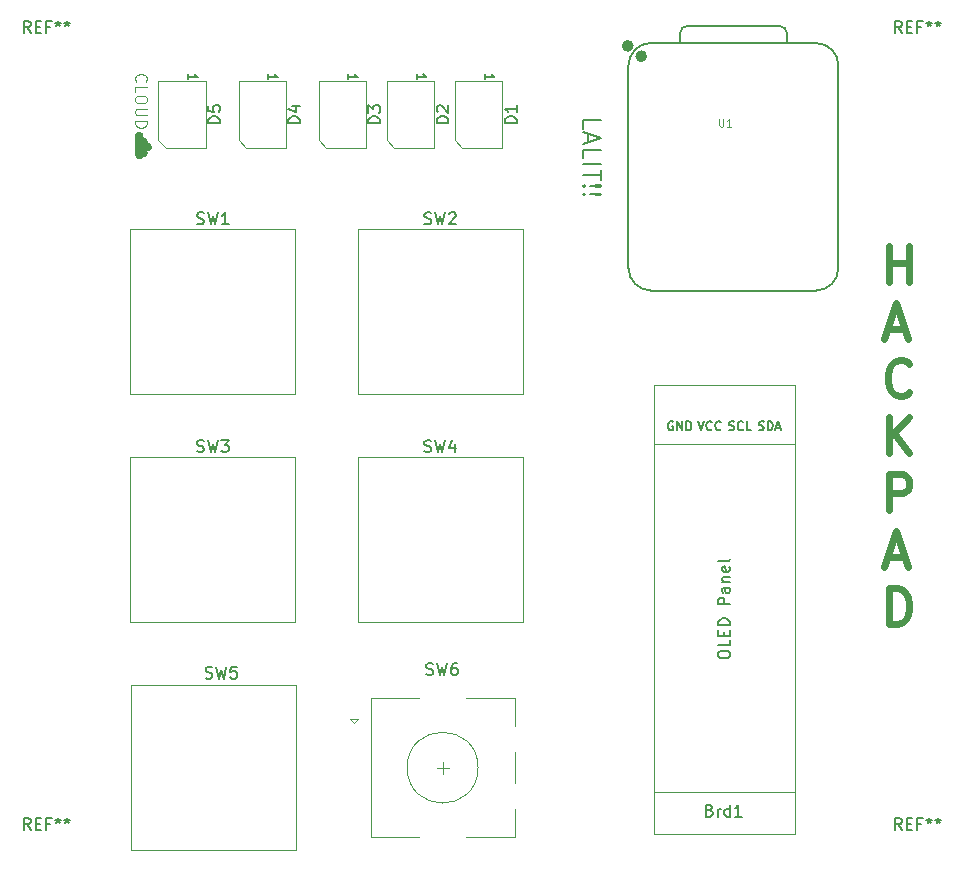
<source format=gbr>
%TF.GenerationSoftware,KiCad,Pcbnew,9.0.5*%
%TF.CreationDate,2025-12-10T21:52:02+05:30*%
%TF.ProjectId,macropad,6d616372-6f70-4616-942e-6b696361645f,rev?*%
%TF.SameCoordinates,Original*%
%TF.FileFunction,Legend,Top*%
%TF.FilePolarity,Positive*%
%FSLAX46Y46*%
G04 Gerber Fmt 4.6, Leading zero omitted, Abs format (unit mm)*
G04 Created by KiCad (PCBNEW 9.0.5) date 2025-12-10 21:52:02*
%MOMM*%
%LPD*%
G01*
G04 APERTURE LIST*
%ADD10C,0.125000*%
%ADD11C,0.600000*%
%ADD12C,0.187500*%
%ADD13C,0.150000*%
%ADD14C,0.101600*%
%ADD15C,0.120000*%
%ADD16C,0.000000*%
%ADD17C,0.040000*%
%ADD18C,0.127000*%
%ADD19C,0.100000*%
%ADD20C,0.504000*%
G04 APERTURE END LIST*
D10*
X191364119Y-56681759D02*
X191316500Y-56634140D01*
X191316500Y-56634140D02*
X191268880Y-56491283D01*
X191268880Y-56491283D02*
X191268880Y-56396045D01*
X191268880Y-56396045D02*
X191316500Y-56253188D01*
X191316500Y-56253188D02*
X191411738Y-56157950D01*
X191411738Y-56157950D02*
X191506976Y-56110331D01*
X191506976Y-56110331D02*
X191697452Y-56062712D01*
X191697452Y-56062712D02*
X191840309Y-56062712D01*
X191840309Y-56062712D02*
X192030785Y-56110331D01*
X192030785Y-56110331D02*
X192126023Y-56157950D01*
X192126023Y-56157950D02*
X192221261Y-56253188D01*
X192221261Y-56253188D02*
X192268880Y-56396045D01*
X192268880Y-56396045D02*
X192268880Y-56491283D01*
X192268880Y-56491283D02*
X192221261Y-56634140D01*
X192221261Y-56634140D02*
X192173642Y-56681759D01*
X191268880Y-57586521D02*
X191268880Y-57110331D01*
X191268880Y-57110331D02*
X192268880Y-57110331D01*
X192268880Y-58110331D02*
X192268880Y-58300807D01*
X192268880Y-58300807D02*
X192221261Y-58396045D01*
X192221261Y-58396045D02*
X192126023Y-58491283D01*
X192126023Y-58491283D02*
X191935547Y-58538902D01*
X191935547Y-58538902D02*
X191602214Y-58538902D01*
X191602214Y-58538902D02*
X191411738Y-58491283D01*
X191411738Y-58491283D02*
X191316500Y-58396045D01*
X191316500Y-58396045D02*
X191268880Y-58300807D01*
X191268880Y-58300807D02*
X191268880Y-58110331D01*
X191268880Y-58110331D02*
X191316500Y-58015093D01*
X191316500Y-58015093D02*
X191411738Y-57919855D01*
X191411738Y-57919855D02*
X191602214Y-57872236D01*
X191602214Y-57872236D02*
X191935547Y-57872236D01*
X191935547Y-57872236D02*
X192126023Y-57919855D01*
X192126023Y-57919855D02*
X192221261Y-58015093D01*
X192221261Y-58015093D02*
X192268880Y-58110331D01*
X192268880Y-58967474D02*
X191459357Y-58967474D01*
X191459357Y-58967474D02*
X191364119Y-59015093D01*
X191364119Y-59015093D02*
X191316500Y-59062712D01*
X191316500Y-59062712D02*
X191268880Y-59157950D01*
X191268880Y-59157950D02*
X191268880Y-59348426D01*
X191268880Y-59348426D02*
X191316500Y-59443664D01*
X191316500Y-59443664D02*
X191364119Y-59491283D01*
X191364119Y-59491283D02*
X191459357Y-59538902D01*
X191459357Y-59538902D02*
X192268880Y-59538902D01*
X191268880Y-60015093D02*
X192268880Y-60015093D01*
X192268880Y-60015093D02*
X192268880Y-60253188D01*
X192268880Y-60253188D02*
X192221261Y-60396045D01*
X192221261Y-60396045D02*
X192126023Y-60491283D01*
X192126023Y-60491283D02*
X192030785Y-60538902D01*
X192030785Y-60538902D02*
X191840309Y-60586521D01*
X191840309Y-60586521D02*
X191697452Y-60586521D01*
X191697452Y-60586521D02*
X191506976Y-60538902D01*
X191506976Y-60538902D02*
X191411738Y-60491283D01*
X191411738Y-60491283D02*
X191316500Y-60396045D01*
X191316500Y-60396045D02*
X191268880Y-60253188D01*
X191268880Y-60253188D02*
X191268880Y-60015093D01*
D11*
X255109021Y-73622665D02*
X255109021Y-70622665D01*
X255109021Y-72051236D02*
X256823307Y-72051236D01*
X256823307Y-73622665D02*
X256823307Y-70622665D01*
X254966164Y-77595354D02*
X256394736Y-77595354D01*
X254680450Y-78452497D02*
X255680450Y-75452497D01*
X255680450Y-75452497D02*
X256680450Y-78452497D01*
X256823307Y-82996614D02*
X256680450Y-83139472D01*
X256680450Y-83139472D02*
X256251878Y-83282329D01*
X256251878Y-83282329D02*
X255966164Y-83282329D01*
X255966164Y-83282329D02*
X255537593Y-83139472D01*
X255537593Y-83139472D02*
X255251878Y-82853757D01*
X255251878Y-82853757D02*
X255109021Y-82568043D01*
X255109021Y-82568043D02*
X254966164Y-81996614D01*
X254966164Y-81996614D02*
X254966164Y-81568043D01*
X254966164Y-81568043D02*
X255109021Y-80996614D01*
X255109021Y-80996614D02*
X255251878Y-80710900D01*
X255251878Y-80710900D02*
X255537593Y-80425186D01*
X255537593Y-80425186D02*
X255966164Y-80282329D01*
X255966164Y-80282329D02*
X256251878Y-80282329D01*
X256251878Y-80282329D02*
X256680450Y-80425186D01*
X256680450Y-80425186D02*
X256823307Y-80568043D01*
X255109021Y-88112161D02*
X255109021Y-85112161D01*
X256823307Y-88112161D02*
X255537593Y-86397875D01*
X256823307Y-85112161D02*
X255109021Y-86826446D01*
X255109021Y-92941993D02*
X255109021Y-89941993D01*
X255109021Y-89941993D02*
X256251878Y-89941993D01*
X256251878Y-89941993D02*
X256537593Y-90084850D01*
X256537593Y-90084850D02*
X256680450Y-90227707D01*
X256680450Y-90227707D02*
X256823307Y-90513421D01*
X256823307Y-90513421D02*
X256823307Y-90941993D01*
X256823307Y-90941993D02*
X256680450Y-91227707D01*
X256680450Y-91227707D02*
X256537593Y-91370564D01*
X256537593Y-91370564D02*
X256251878Y-91513421D01*
X256251878Y-91513421D02*
X255109021Y-91513421D01*
X254966164Y-96914682D02*
X256394736Y-96914682D01*
X254680450Y-97771825D02*
X255680450Y-94771825D01*
X255680450Y-94771825D02*
X256680450Y-97771825D01*
X255109021Y-102601657D02*
X255109021Y-99601657D01*
X255109021Y-99601657D02*
X255823307Y-99601657D01*
X255823307Y-99601657D02*
X256251878Y-99744514D01*
X256251878Y-99744514D02*
X256537593Y-100030228D01*
X256537593Y-100030228D02*
X256680450Y-100315942D01*
X256680450Y-100315942D02*
X256823307Y-100887371D01*
X256823307Y-100887371D02*
X256823307Y-101315942D01*
X256823307Y-101315942D02*
X256680450Y-101887371D01*
X256680450Y-101887371D02*
X256537593Y-102173085D01*
X256537593Y-102173085D02*
X256251878Y-102458800D01*
X256251878Y-102458800D02*
X255823307Y-102601657D01*
X255823307Y-102601657D02*
X255109021Y-102601657D01*
D12*
X229193321Y-60664783D02*
X229193321Y-59950497D01*
X229193321Y-59950497D02*
X230693321Y-59950497D01*
X229621892Y-61093355D02*
X229621892Y-61807641D01*
X229193321Y-60950498D02*
X230693321Y-61450498D01*
X230693321Y-61450498D02*
X229193321Y-61950498D01*
X229193321Y-63164783D02*
X229193321Y-62450497D01*
X229193321Y-62450497D02*
X230693321Y-62450497D01*
X229193321Y-63664783D02*
X230693321Y-63664783D01*
X230693321Y-64164784D02*
X230693321Y-65021927D01*
X229193321Y-64593355D02*
X230693321Y-64593355D01*
X229336178Y-65521926D02*
X229264750Y-65593355D01*
X229264750Y-65593355D02*
X229193321Y-65521926D01*
X229193321Y-65521926D02*
X229264750Y-65450498D01*
X229264750Y-65450498D02*
X229336178Y-65521926D01*
X229336178Y-65521926D02*
X229193321Y-65521926D01*
X229764750Y-65521926D02*
X230621892Y-65450498D01*
X230621892Y-65450498D02*
X230693321Y-65521926D01*
X230693321Y-65521926D02*
X230621892Y-65593355D01*
X230621892Y-65593355D02*
X229764750Y-65521926D01*
X229764750Y-65521926D02*
X230693321Y-65521926D01*
X229336178Y-66236212D02*
X229264750Y-66307641D01*
X229264750Y-66307641D02*
X229193321Y-66236212D01*
X229193321Y-66236212D02*
X229264750Y-66164784D01*
X229264750Y-66164784D02*
X229336178Y-66236212D01*
X229336178Y-66236212D02*
X229193321Y-66236212D01*
X229764750Y-66236212D02*
X230621892Y-66164784D01*
X230621892Y-66164784D02*
X230693321Y-66236212D01*
X230693321Y-66236212D02*
X230621892Y-66307641D01*
X230621892Y-66307641D02*
X229764750Y-66236212D01*
X229764750Y-66236212D02*
X230693321Y-66236212D01*
D13*
X197236667Y-107177200D02*
X197379524Y-107224819D01*
X197379524Y-107224819D02*
X197617619Y-107224819D01*
X197617619Y-107224819D02*
X197712857Y-107177200D01*
X197712857Y-107177200D02*
X197760476Y-107129580D01*
X197760476Y-107129580D02*
X197808095Y-107034342D01*
X197808095Y-107034342D02*
X197808095Y-106939104D01*
X197808095Y-106939104D02*
X197760476Y-106843866D01*
X197760476Y-106843866D02*
X197712857Y-106796247D01*
X197712857Y-106796247D02*
X197617619Y-106748628D01*
X197617619Y-106748628D02*
X197427143Y-106701009D01*
X197427143Y-106701009D02*
X197331905Y-106653390D01*
X197331905Y-106653390D02*
X197284286Y-106605771D01*
X197284286Y-106605771D02*
X197236667Y-106510533D01*
X197236667Y-106510533D02*
X197236667Y-106415295D01*
X197236667Y-106415295D02*
X197284286Y-106320057D01*
X197284286Y-106320057D02*
X197331905Y-106272438D01*
X197331905Y-106272438D02*
X197427143Y-106224819D01*
X197427143Y-106224819D02*
X197665238Y-106224819D01*
X197665238Y-106224819D02*
X197808095Y-106272438D01*
X198141429Y-106224819D02*
X198379524Y-107224819D01*
X198379524Y-107224819D02*
X198570000Y-106510533D01*
X198570000Y-106510533D02*
X198760476Y-107224819D01*
X198760476Y-107224819D02*
X198998572Y-106224819D01*
X199855714Y-106224819D02*
X199379524Y-106224819D01*
X199379524Y-106224819D02*
X199331905Y-106701009D01*
X199331905Y-106701009D02*
X199379524Y-106653390D01*
X199379524Y-106653390D02*
X199474762Y-106605771D01*
X199474762Y-106605771D02*
X199712857Y-106605771D01*
X199712857Y-106605771D02*
X199808095Y-106653390D01*
X199808095Y-106653390D02*
X199855714Y-106701009D01*
X199855714Y-106701009D02*
X199903333Y-106796247D01*
X199903333Y-106796247D02*
X199903333Y-107034342D01*
X199903333Y-107034342D02*
X199855714Y-107129580D01*
X199855714Y-107129580D02*
X199808095Y-107177200D01*
X199808095Y-107177200D02*
X199712857Y-107224819D01*
X199712857Y-107224819D02*
X199474762Y-107224819D01*
X199474762Y-107224819D02*
X199379524Y-107177200D01*
X199379524Y-107177200D02*
X199331905Y-107129580D01*
X212004819Y-60208094D02*
X211004819Y-60208094D01*
X211004819Y-60208094D02*
X211004819Y-59969999D01*
X211004819Y-59969999D02*
X211052438Y-59827142D01*
X211052438Y-59827142D02*
X211147676Y-59731904D01*
X211147676Y-59731904D02*
X211242914Y-59684285D01*
X211242914Y-59684285D02*
X211433390Y-59636666D01*
X211433390Y-59636666D02*
X211576247Y-59636666D01*
X211576247Y-59636666D02*
X211766723Y-59684285D01*
X211766723Y-59684285D02*
X211861961Y-59731904D01*
X211861961Y-59731904D02*
X211957200Y-59827142D01*
X211957200Y-59827142D02*
X212004819Y-59969999D01*
X212004819Y-59969999D02*
X212004819Y-60208094D01*
X211004819Y-59303332D02*
X211004819Y-58684285D01*
X211004819Y-58684285D02*
X211385771Y-59017618D01*
X211385771Y-59017618D02*
X211385771Y-58874761D01*
X211385771Y-58874761D02*
X211433390Y-58779523D01*
X211433390Y-58779523D02*
X211481009Y-58731904D01*
X211481009Y-58731904D02*
X211576247Y-58684285D01*
X211576247Y-58684285D02*
X211814342Y-58684285D01*
X211814342Y-58684285D02*
X211909580Y-58731904D01*
X211909580Y-58731904D02*
X211957200Y-58779523D01*
X211957200Y-58779523D02*
X212004819Y-58874761D01*
X212004819Y-58874761D02*
X212004819Y-59160475D01*
X212004819Y-59160475D02*
X211957200Y-59255713D01*
X211957200Y-59255713D02*
X211909580Y-59303332D01*
X209312704Y-56498571D02*
X209312704Y-56041428D01*
X209312704Y-56270000D02*
X210112704Y-56270000D01*
X210112704Y-56270000D02*
X209998419Y-56193809D01*
X209998419Y-56193809D02*
X209922228Y-56117619D01*
X209922228Y-56117619D02*
X209884133Y-56041428D01*
X205224819Y-60208094D02*
X204224819Y-60208094D01*
X204224819Y-60208094D02*
X204224819Y-59969999D01*
X204224819Y-59969999D02*
X204272438Y-59827142D01*
X204272438Y-59827142D02*
X204367676Y-59731904D01*
X204367676Y-59731904D02*
X204462914Y-59684285D01*
X204462914Y-59684285D02*
X204653390Y-59636666D01*
X204653390Y-59636666D02*
X204796247Y-59636666D01*
X204796247Y-59636666D02*
X204986723Y-59684285D01*
X204986723Y-59684285D02*
X205081961Y-59731904D01*
X205081961Y-59731904D02*
X205177200Y-59827142D01*
X205177200Y-59827142D02*
X205224819Y-59969999D01*
X205224819Y-59969999D02*
X205224819Y-60208094D01*
X204558152Y-58779523D02*
X205224819Y-58779523D01*
X204177200Y-59017618D02*
X204891485Y-59255713D01*
X204891485Y-59255713D02*
X204891485Y-58636666D01*
X202532704Y-56498571D02*
X202532704Y-56041428D01*
X202532704Y-56270000D02*
X203332704Y-56270000D01*
X203332704Y-56270000D02*
X203218419Y-56193809D01*
X203218419Y-56193809D02*
X203142228Y-56117619D01*
X203142228Y-56117619D02*
X203104133Y-56041428D01*
X215756667Y-68713200D02*
X215899524Y-68760819D01*
X215899524Y-68760819D02*
X216137619Y-68760819D01*
X216137619Y-68760819D02*
X216232857Y-68713200D01*
X216232857Y-68713200D02*
X216280476Y-68665580D01*
X216280476Y-68665580D02*
X216328095Y-68570342D01*
X216328095Y-68570342D02*
X216328095Y-68475104D01*
X216328095Y-68475104D02*
X216280476Y-68379866D01*
X216280476Y-68379866D02*
X216232857Y-68332247D01*
X216232857Y-68332247D02*
X216137619Y-68284628D01*
X216137619Y-68284628D02*
X215947143Y-68237009D01*
X215947143Y-68237009D02*
X215851905Y-68189390D01*
X215851905Y-68189390D02*
X215804286Y-68141771D01*
X215804286Y-68141771D02*
X215756667Y-68046533D01*
X215756667Y-68046533D02*
X215756667Y-67951295D01*
X215756667Y-67951295D02*
X215804286Y-67856057D01*
X215804286Y-67856057D02*
X215851905Y-67808438D01*
X215851905Y-67808438D02*
X215947143Y-67760819D01*
X215947143Y-67760819D02*
X216185238Y-67760819D01*
X216185238Y-67760819D02*
X216328095Y-67808438D01*
X216661429Y-67760819D02*
X216899524Y-68760819D01*
X216899524Y-68760819D02*
X217090000Y-68046533D01*
X217090000Y-68046533D02*
X217280476Y-68760819D01*
X217280476Y-68760819D02*
X217518572Y-67760819D01*
X217851905Y-67856057D02*
X217899524Y-67808438D01*
X217899524Y-67808438D02*
X217994762Y-67760819D01*
X217994762Y-67760819D02*
X218232857Y-67760819D01*
X218232857Y-67760819D02*
X218328095Y-67808438D01*
X218328095Y-67808438D02*
X218375714Y-67856057D01*
X218375714Y-67856057D02*
X218423333Y-67951295D01*
X218423333Y-67951295D02*
X218423333Y-68046533D01*
X218423333Y-68046533D02*
X218375714Y-68189390D01*
X218375714Y-68189390D02*
X217804286Y-68760819D01*
X217804286Y-68760819D02*
X218423333Y-68760819D01*
X215921667Y-106882200D02*
X216064524Y-106929819D01*
X216064524Y-106929819D02*
X216302619Y-106929819D01*
X216302619Y-106929819D02*
X216397857Y-106882200D01*
X216397857Y-106882200D02*
X216445476Y-106834580D01*
X216445476Y-106834580D02*
X216493095Y-106739342D01*
X216493095Y-106739342D02*
X216493095Y-106644104D01*
X216493095Y-106644104D02*
X216445476Y-106548866D01*
X216445476Y-106548866D02*
X216397857Y-106501247D01*
X216397857Y-106501247D02*
X216302619Y-106453628D01*
X216302619Y-106453628D02*
X216112143Y-106406009D01*
X216112143Y-106406009D02*
X216016905Y-106358390D01*
X216016905Y-106358390D02*
X215969286Y-106310771D01*
X215969286Y-106310771D02*
X215921667Y-106215533D01*
X215921667Y-106215533D02*
X215921667Y-106120295D01*
X215921667Y-106120295D02*
X215969286Y-106025057D01*
X215969286Y-106025057D02*
X216016905Y-105977438D01*
X216016905Y-105977438D02*
X216112143Y-105929819D01*
X216112143Y-105929819D02*
X216350238Y-105929819D01*
X216350238Y-105929819D02*
X216493095Y-105977438D01*
X216826429Y-105929819D02*
X217064524Y-106929819D01*
X217064524Y-106929819D02*
X217255000Y-106215533D01*
X217255000Y-106215533D02*
X217445476Y-106929819D01*
X217445476Y-106929819D02*
X217683572Y-105929819D01*
X218493095Y-105929819D02*
X218302619Y-105929819D01*
X218302619Y-105929819D02*
X218207381Y-105977438D01*
X218207381Y-105977438D02*
X218159762Y-106025057D01*
X218159762Y-106025057D02*
X218064524Y-106167914D01*
X218064524Y-106167914D02*
X218016905Y-106358390D01*
X218016905Y-106358390D02*
X218016905Y-106739342D01*
X218016905Y-106739342D02*
X218064524Y-106834580D01*
X218064524Y-106834580D02*
X218112143Y-106882200D01*
X218112143Y-106882200D02*
X218207381Y-106929819D01*
X218207381Y-106929819D02*
X218397857Y-106929819D01*
X218397857Y-106929819D02*
X218493095Y-106882200D01*
X218493095Y-106882200D02*
X218540714Y-106834580D01*
X218540714Y-106834580D02*
X218588333Y-106739342D01*
X218588333Y-106739342D02*
X218588333Y-106501247D01*
X218588333Y-106501247D02*
X218540714Y-106406009D01*
X218540714Y-106406009D02*
X218493095Y-106358390D01*
X218493095Y-106358390D02*
X218397857Y-106310771D01*
X218397857Y-106310771D02*
X218207381Y-106310771D01*
X218207381Y-106310771D02*
X218112143Y-106358390D01*
X218112143Y-106358390D02*
X218064524Y-106406009D01*
X218064524Y-106406009D02*
X218016905Y-106501247D01*
X196506667Y-88003200D02*
X196649524Y-88050819D01*
X196649524Y-88050819D02*
X196887619Y-88050819D01*
X196887619Y-88050819D02*
X196982857Y-88003200D01*
X196982857Y-88003200D02*
X197030476Y-87955580D01*
X197030476Y-87955580D02*
X197078095Y-87860342D01*
X197078095Y-87860342D02*
X197078095Y-87765104D01*
X197078095Y-87765104D02*
X197030476Y-87669866D01*
X197030476Y-87669866D02*
X196982857Y-87622247D01*
X196982857Y-87622247D02*
X196887619Y-87574628D01*
X196887619Y-87574628D02*
X196697143Y-87527009D01*
X196697143Y-87527009D02*
X196601905Y-87479390D01*
X196601905Y-87479390D02*
X196554286Y-87431771D01*
X196554286Y-87431771D02*
X196506667Y-87336533D01*
X196506667Y-87336533D02*
X196506667Y-87241295D01*
X196506667Y-87241295D02*
X196554286Y-87146057D01*
X196554286Y-87146057D02*
X196601905Y-87098438D01*
X196601905Y-87098438D02*
X196697143Y-87050819D01*
X196697143Y-87050819D02*
X196935238Y-87050819D01*
X196935238Y-87050819D02*
X197078095Y-87098438D01*
X197411429Y-87050819D02*
X197649524Y-88050819D01*
X197649524Y-88050819D02*
X197840000Y-87336533D01*
X197840000Y-87336533D02*
X198030476Y-88050819D01*
X198030476Y-88050819D02*
X198268572Y-87050819D01*
X198554286Y-87050819D02*
X199173333Y-87050819D01*
X199173333Y-87050819D02*
X198840000Y-87431771D01*
X198840000Y-87431771D02*
X198982857Y-87431771D01*
X198982857Y-87431771D02*
X199078095Y-87479390D01*
X199078095Y-87479390D02*
X199125714Y-87527009D01*
X199125714Y-87527009D02*
X199173333Y-87622247D01*
X199173333Y-87622247D02*
X199173333Y-87860342D01*
X199173333Y-87860342D02*
X199125714Y-87955580D01*
X199125714Y-87955580D02*
X199078095Y-88003200D01*
X199078095Y-88003200D02*
X198982857Y-88050819D01*
X198982857Y-88050819D02*
X198697143Y-88050819D01*
X198697143Y-88050819D02*
X198601905Y-88003200D01*
X198601905Y-88003200D02*
X198554286Y-87955580D01*
X215756667Y-88003200D02*
X215899524Y-88050819D01*
X215899524Y-88050819D02*
X216137619Y-88050819D01*
X216137619Y-88050819D02*
X216232857Y-88003200D01*
X216232857Y-88003200D02*
X216280476Y-87955580D01*
X216280476Y-87955580D02*
X216328095Y-87860342D01*
X216328095Y-87860342D02*
X216328095Y-87765104D01*
X216328095Y-87765104D02*
X216280476Y-87669866D01*
X216280476Y-87669866D02*
X216232857Y-87622247D01*
X216232857Y-87622247D02*
X216137619Y-87574628D01*
X216137619Y-87574628D02*
X215947143Y-87527009D01*
X215947143Y-87527009D02*
X215851905Y-87479390D01*
X215851905Y-87479390D02*
X215804286Y-87431771D01*
X215804286Y-87431771D02*
X215756667Y-87336533D01*
X215756667Y-87336533D02*
X215756667Y-87241295D01*
X215756667Y-87241295D02*
X215804286Y-87146057D01*
X215804286Y-87146057D02*
X215851905Y-87098438D01*
X215851905Y-87098438D02*
X215947143Y-87050819D01*
X215947143Y-87050819D02*
X216185238Y-87050819D01*
X216185238Y-87050819D02*
X216328095Y-87098438D01*
X216661429Y-87050819D02*
X216899524Y-88050819D01*
X216899524Y-88050819D02*
X217090000Y-87336533D01*
X217090000Y-87336533D02*
X217280476Y-88050819D01*
X217280476Y-88050819D02*
X217518572Y-87050819D01*
X218328095Y-87384152D02*
X218328095Y-88050819D01*
X218090000Y-87003200D02*
X217851905Y-87717485D01*
X217851905Y-87717485D02*
X218470952Y-87717485D01*
X182416666Y-52554819D02*
X182083333Y-52078628D01*
X181845238Y-52554819D02*
X181845238Y-51554819D01*
X181845238Y-51554819D02*
X182226190Y-51554819D01*
X182226190Y-51554819D02*
X182321428Y-51602438D01*
X182321428Y-51602438D02*
X182369047Y-51650057D01*
X182369047Y-51650057D02*
X182416666Y-51745295D01*
X182416666Y-51745295D02*
X182416666Y-51888152D01*
X182416666Y-51888152D02*
X182369047Y-51983390D01*
X182369047Y-51983390D02*
X182321428Y-52031009D01*
X182321428Y-52031009D02*
X182226190Y-52078628D01*
X182226190Y-52078628D02*
X181845238Y-52078628D01*
X182845238Y-52031009D02*
X183178571Y-52031009D01*
X183321428Y-52554819D02*
X182845238Y-52554819D01*
X182845238Y-52554819D02*
X182845238Y-51554819D01*
X182845238Y-51554819D02*
X183321428Y-51554819D01*
X184083333Y-52031009D02*
X183750000Y-52031009D01*
X183750000Y-52554819D02*
X183750000Y-51554819D01*
X183750000Y-51554819D02*
X184226190Y-51554819D01*
X184750000Y-51554819D02*
X184750000Y-51792914D01*
X184511905Y-51697676D02*
X184750000Y-51792914D01*
X184750000Y-51792914D02*
X184988095Y-51697676D01*
X184607143Y-51983390D02*
X184750000Y-51792914D01*
X184750000Y-51792914D02*
X184892857Y-51983390D01*
X185511905Y-51554819D02*
X185511905Y-51792914D01*
X185273810Y-51697676D02*
X185511905Y-51792914D01*
X185511905Y-51792914D02*
X185750000Y-51697676D01*
X185369048Y-51983390D02*
X185511905Y-51792914D01*
X185511905Y-51792914D02*
X185654762Y-51983390D01*
X256166666Y-120054819D02*
X255833333Y-119578628D01*
X255595238Y-120054819D02*
X255595238Y-119054819D01*
X255595238Y-119054819D02*
X255976190Y-119054819D01*
X255976190Y-119054819D02*
X256071428Y-119102438D01*
X256071428Y-119102438D02*
X256119047Y-119150057D01*
X256119047Y-119150057D02*
X256166666Y-119245295D01*
X256166666Y-119245295D02*
X256166666Y-119388152D01*
X256166666Y-119388152D02*
X256119047Y-119483390D01*
X256119047Y-119483390D02*
X256071428Y-119531009D01*
X256071428Y-119531009D02*
X255976190Y-119578628D01*
X255976190Y-119578628D02*
X255595238Y-119578628D01*
X256595238Y-119531009D02*
X256928571Y-119531009D01*
X257071428Y-120054819D02*
X256595238Y-120054819D01*
X256595238Y-120054819D02*
X256595238Y-119054819D01*
X256595238Y-119054819D02*
X257071428Y-119054819D01*
X257833333Y-119531009D02*
X257500000Y-119531009D01*
X257500000Y-120054819D02*
X257500000Y-119054819D01*
X257500000Y-119054819D02*
X257976190Y-119054819D01*
X258500000Y-119054819D02*
X258500000Y-119292914D01*
X258261905Y-119197676D02*
X258500000Y-119292914D01*
X258500000Y-119292914D02*
X258738095Y-119197676D01*
X258357143Y-119483390D02*
X258500000Y-119292914D01*
X258500000Y-119292914D02*
X258642857Y-119483390D01*
X259261905Y-119054819D02*
X259261905Y-119292914D01*
X259023810Y-119197676D02*
X259261905Y-119292914D01*
X259261905Y-119292914D02*
X259500000Y-119197676D01*
X259119048Y-119483390D02*
X259261905Y-119292914D01*
X259261905Y-119292914D02*
X259404762Y-119483390D01*
X256166666Y-52554819D02*
X255833333Y-52078628D01*
X255595238Y-52554819D02*
X255595238Y-51554819D01*
X255595238Y-51554819D02*
X255976190Y-51554819D01*
X255976190Y-51554819D02*
X256071428Y-51602438D01*
X256071428Y-51602438D02*
X256119047Y-51650057D01*
X256119047Y-51650057D02*
X256166666Y-51745295D01*
X256166666Y-51745295D02*
X256166666Y-51888152D01*
X256166666Y-51888152D02*
X256119047Y-51983390D01*
X256119047Y-51983390D02*
X256071428Y-52031009D01*
X256071428Y-52031009D02*
X255976190Y-52078628D01*
X255976190Y-52078628D02*
X255595238Y-52078628D01*
X256595238Y-52031009D02*
X256928571Y-52031009D01*
X257071428Y-52554819D02*
X256595238Y-52554819D01*
X256595238Y-52554819D02*
X256595238Y-51554819D01*
X256595238Y-51554819D02*
X257071428Y-51554819D01*
X257833333Y-52031009D02*
X257500000Y-52031009D01*
X257500000Y-52554819D02*
X257500000Y-51554819D01*
X257500000Y-51554819D02*
X257976190Y-51554819D01*
X258500000Y-51554819D02*
X258500000Y-51792914D01*
X258261905Y-51697676D02*
X258500000Y-51792914D01*
X258500000Y-51792914D02*
X258738095Y-51697676D01*
X258357143Y-51983390D02*
X258500000Y-51792914D01*
X258500000Y-51792914D02*
X258642857Y-51983390D01*
X259261905Y-51554819D02*
X259261905Y-51792914D01*
X259023810Y-51697676D02*
X259261905Y-51792914D01*
X259261905Y-51792914D02*
X259500000Y-51697676D01*
X259119048Y-51983390D02*
X259261905Y-51792914D01*
X259261905Y-51792914D02*
X259404762Y-51983390D01*
X239918333Y-118386009D02*
X240061190Y-118433628D01*
X240061190Y-118433628D02*
X240108809Y-118481247D01*
X240108809Y-118481247D02*
X240156428Y-118576485D01*
X240156428Y-118576485D02*
X240156428Y-118719342D01*
X240156428Y-118719342D02*
X240108809Y-118814580D01*
X240108809Y-118814580D02*
X240061190Y-118862200D01*
X240061190Y-118862200D02*
X239965952Y-118909819D01*
X239965952Y-118909819D02*
X239585000Y-118909819D01*
X239585000Y-118909819D02*
X239585000Y-117909819D01*
X239585000Y-117909819D02*
X239918333Y-117909819D01*
X239918333Y-117909819D02*
X240013571Y-117957438D01*
X240013571Y-117957438D02*
X240061190Y-118005057D01*
X240061190Y-118005057D02*
X240108809Y-118100295D01*
X240108809Y-118100295D02*
X240108809Y-118195533D01*
X240108809Y-118195533D02*
X240061190Y-118290771D01*
X240061190Y-118290771D02*
X240013571Y-118338390D01*
X240013571Y-118338390D02*
X239918333Y-118386009D01*
X239918333Y-118386009D02*
X239585000Y-118386009D01*
X240585000Y-118909819D02*
X240585000Y-118243152D01*
X240585000Y-118433628D02*
X240632619Y-118338390D01*
X240632619Y-118338390D02*
X240680238Y-118290771D01*
X240680238Y-118290771D02*
X240775476Y-118243152D01*
X240775476Y-118243152D02*
X240870714Y-118243152D01*
X241632619Y-118909819D02*
X241632619Y-117909819D01*
X241632619Y-118862200D02*
X241537381Y-118909819D01*
X241537381Y-118909819D02*
X241346905Y-118909819D01*
X241346905Y-118909819D02*
X241251667Y-118862200D01*
X241251667Y-118862200D02*
X241204048Y-118814580D01*
X241204048Y-118814580D02*
X241156429Y-118719342D01*
X241156429Y-118719342D02*
X241156429Y-118433628D01*
X241156429Y-118433628D02*
X241204048Y-118338390D01*
X241204048Y-118338390D02*
X241251667Y-118290771D01*
X241251667Y-118290771D02*
X241346905Y-118243152D01*
X241346905Y-118243152D02*
X241537381Y-118243152D01*
X241537381Y-118243152D02*
X241632619Y-118290771D01*
X242632619Y-118909819D02*
X242061191Y-118909819D01*
X242346905Y-118909819D02*
X242346905Y-117909819D01*
X242346905Y-117909819D02*
X242251667Y-118052676D01*
X242251667Y-118052676D02*
X242156429Y-118147914D01*
X242156429Y-118147914D02*
X242061191Y-118195533D01*
X244074286Y-86158450D02*
X244181429Y-86194164D01*
X244181429Y-86194164D02*
X244360000Y-86194164D01*
X244360000Y-86194164D02*
X244431429Y-86158450D01*
X244431429Y-86158450D02*
X244467143Y-86122735D01*
X244467143Y-86122735D02*
X244502857Y-86051307D01*
X244502857Y-86051307D02*
X244502857Y-85979878D01*
X244502857Y-85979878D02*
X244467143Y-85908450D01*
X244467143Y-85908450D02*
X244431429Y-85872735D01*
X244431429Y-85872735D02*
X244360000Y-85837021D01*
X244360000Y-85837021D02*
X244217143Y-85801307D01*
X244217143Y-85801307D02*
X244145714Y-85765592D01*
X244145714Y-85765592D02*
X244110000Y-85729878D01*
X244110000Y-85729878D02*
X244074286Y-85658450D01*
X244074286Y-85658450D02*
X244074286Y-85587021D01*
X244074286Y-85587021D02*
X244110000Y-85515592D01*
X244110000Y-85515592D02*
X244145714Y-85479878D01*
X244145714Y-85479878D02*
X244217143Y-85444164D01*
X244217143Y-85444164D02*
X244395714Y-85444164D01*
X244395714Y-85444164D02*
X244502857Y-85479878D01*
X244824286Y-86194164D02*
X244824286Y-85444164D01*
X244824286Y-85444164D02*
X245002857Y-85444164D01*
X245002857Y-85444164D02*
X245110000Y-85479878D01*
X245110000Y-85479878D02*
X245181429Y-85551307D01*
X245181429Y-85551307D02*
X245217143Y-85622735D01*
X245217143Y-85622735D02*
X245252857Y-85765592D01*
X245252857Y-85765592D02*
X245252857Y-85872735D01*
X245252857Y-85872735D02*
X245217143Y-86015592D01*
X245217143Y-86015592D02*
X245181429Y-86087021D01*
X245181429Y-86087021D02*
X245110000Y-86158450D01*
X245110000Y-86158450D02*
X245002857Y-86194164D01*
X245002857Y-86194164D02*
X244824286Y-86194164D01*
X245538572Y-85979878D02*
X245895715Y-85979878D01*
X245467143Y-86194164D02*
X245717143Y-85444164D01*
X245717143Y-85444164D02*
X245967143Y-86194164D01*
X238905000Y-85444164D02*
X239155000Y-86194164D01*
X239155000Y-86194164D02*
X239405000Y-85444164D01*
X240083571Y-86122735D02*
X240047857Y-86158450D01*
X240047857Y-86158450D02*
X239940714Y-86194164D01*
X239940714Y-86194164D02*
X239869286Y-86194164D01*
X239869286Y-86194164D02*
X239762143Y-86158450D01*
X239762143Y-86158450D02*
X239690714Y-86087021D01*
X239690714Y-86087021D02*
X239655000Y-86015592D01*
X239655000Y-86015592D02*
X239619286Y-85872735D01*
X239619286Y-85872735D02*
X239619286Y-85765592D01*
X239619286Y-85765592D02*
X239655000Y-85622735D01*
X239655000Y-85622735D02*
X239690714Y-85551307D01*
X239690714Y-85551307D02*
X239762143Y-85479878D01*
X239762143Y-85479878D02*
X239869286Y-85444164D01*
X239869286Y-85444164D02*
X239940714Y-85444164D01*
X239940714Y-85444164D02*
X240047857Y-85479878D01*
X240047857Y-85479878D02*
X240083571Y-85515592D01*
X240833571Y-86122735D02*
X240797857Y-86158450D01*
X240797857Y-86158450D02*
X240690714Y-86194164D01*
X240690714Y-86194164D02*
X240619286Y-86194164D01*
X240619286Y-86194164D02*
X240512143Y-86158450D01*
X240512143Y-86158450D02*
X240440714Y-86087021D01*
X240440714Y-86087021D02*
X240405000Y-86015592D01*
X240405000Y-86015592D02*
X240369286Y-85872735D01*
X240369286Y-85872735D02*
X240369286Y-85765592D01*
X240369286Y-85765592D02*
X240405000Y-85622735D01*
X240405000Y-85622735D02*
X240440714Y-85551307D01*
X240440714Y-85551307D02*
X240512143Y-85479878D01*
X240512143Y-85479878D02*
X240619286Y-85444164D01*
X240619286Y-85444164D02*
X240690714Y-85444164D01*
X240690714Y-85444164D02*
X240797857Y-85479878D01*
X240797857Y-85479878D02*
X240833571Y-85515592D01*
X241552143Y-86158450D02*
X241659286Y-86194164D01*
X241659286Y-86194164D02*
X241837857Y-86194164D01*
X241837857Y-86194164D02*
X241909286Y-86158450D01*
X241909286Y-86158450D02*
X241945000Y-86122735D01*
X241945000Y-86122735D02*
X241980714Y-86051307D01*
X241980714Y-86051307D02*
X241980714Y-85979878D01*
X241980714Y-85979878D02*
X241945000Y-85908450D01*
X241945000Y-85908450D02*
X241909286Y-85872735D01*
X241909286Y-85872735D02*
X241837857Y-85837021D01*
X241837857Y-85837021D02*
X241695000Y-85801307D01*
X241695000Y-85801307D02*
X241623571Y-85765592D01*
X241623571Y-85765592D02*
X241587857Y-85729878D01*
X241587857Y-85729878D02*
X241552143Y-85658450D01*
X241552143Y-85658450D02*
X241552143Y-85587021D01*
X241552143Y-85587021D02*
X241587857Y-85515592D01*
X241587857Y-85515592D02*
X241623571Y-85479878D01*
X241623571Y-85479878D02*
X241695000Y-85444164D01*
X241695000Y-85444164D02*
X241873571Y-85444164D01*
X241873571Y-85444164D02*
X241980714Y-85479878D01*
X242730714Y-86122735D02*
X242695000Y-86158450D01*
X242695000Y-86158450D02*
X242587857Y-86194164D01*
X242587857Y-86194164D02*
X242516429Y-86194164D01*
X242516429Y-86194164D02*
X242409286Y-86158450D01*
X242409286Y-86158450D02*
X242337857Y-86087021D01*
X242337857Y-86087021D02*
X242302143Y-86015592D01*
X242302143Y-86015592D02*
X242266429Y-85872735D01*
X242266429Y-85872735D02*
X242266429Y-85765592D01*
X242266429Y-85765592D02*
X242302143Y-85622735D01*
X242302143Y-85622735D02*
X242337857Y-85551307D01*
X242337857Y-85551307D02*
X242409286Y-85479878D01*
X242409286Y-85479878D02*
X242516429Y-85444164D01*
X242516429Y-85444164D02*
X242587857Y-85444164D01*
X242587857Y-85444164D02*
X242695000Y-85479878D01*
X242695000Y-85479878D02*
X242730714Y-85515592D01*
X243409286Y-86194164D02*
X243052143Y-86194164D01*
X243052143Y-86194164D02*
X243052143Y-85444164D01*
X240629819Y-105283571D02*
X240629819Y-105093095D01*
X240629819Y-105093095D02*
X240677438Y-104997857D01*
X240677438Y-104997857D02*
X240772676Y-104902619D01*
X240772676Y-104902619D02*
X240963152Y-104855000D01*
X240963152Y-104855000D02*
X241296485Y-104855000D01*
X241296485Y-104855000D02*
X241486961Y-104902619D01*
X241486961Y-104902619D02*
X241582200Y-104997857D01*
X241582200Y-104997857D02*
X241629819Y-105093095D01*
X241629819Y-105093095D02*
X241629819Y-105283571D01*
X241629819Y-105283571D02*
X241582200Y-105378809D01*
X241582200Y-105378809D02*
X241486961Y-105474047D01*
X241486961Y-105474047D02*
X241296485Y-105521666D01*
X241296485Y-105521666D02*
X240963152Y-105521666D01*
X240963152Y-105521666D02*
X240772676Y-105474047D01*
X240772676Y-105474047D02*
X240677438Y-105378809D01*
X240677438Y-105378809D02*
X240629819Y-105283571D01*
X241629819Y-103950238D02*
X241629819Y-104426428D01*
X241629819Y-104426428D02*
X240629819Y-104426428D01*
X241106009Y-103616904D02*
X241106009Y-103283571D01*
X241629819Y-103140714D02*
X241629819Y-103616904D01*
X241629819Y-103616904D02*
X240629819Y-103616904D01*
X240629819Y-103616904D02*
X240629819Y-103140714D01*
X241629819Y-102712142D02*
X240629819Y-102712142D01*
X240629819Y-102712142D02*
X240629819Y-102474047D01*
X240629819Y-102474047D02*
X240677438Y-102331190D01*
X240677438Y-102331190D02*
X240772676Y-102235952D01*
X240772676Y-102235952D02*
X240867914Y-102188333D01*
X240867914Y-102188333D02*
X241058390Y-102140714D01*
X241058390Y-102140714D02*
X241201247Y-102140714D01*
X241201247Y-102140714D02*
X241391723Y-102188333D01*
X241391723Y-102188333D02*
X241486961Y-102235952D01*
X241486961Y-102235952D02*
X241582200Y-102331190D01*
X241582200Y-102331190D02*
X241629819Y-102474047D01*
X241629819Y-102474047D02*
X241629819Y-102712142D01*
X241629819Y-100950237D02*
X240629819Y-100950237D01*
X240629819Y-100950237D02*
X240629819Y-100569285D01*
X240629819Y-100569285D02*
X240677438Y-100474047D01*
X240677438Y-100474047D02*
X240725057Y-100426428D01*
X240725057Y-100426428D02*
X240820295Y-100378809D01*
X240820295Y-100378809D02*
X240963152Y-100378809D01*
X240963152Y-100378809D02*
X241058390Y-100426428D01*
X241058390Y-100426428D02*
X241106009Y-100474047D01*
X241106009Y-100474047D02*
X241153628Y-100569285D01*
X241153628Y-100569285D02*
X241153628Y-100950237D01*
X241629819Y-99521666D02*
X241106009Y-99521666D01*
X241106009Y-99521666D02*
X241010771Y-99569285D01*
X241010771Y-99569285D02*
X240963152Y-99664523D01*
X240963152Y-99664523D02*
X240963152Y-99854999D01*
X240963152Y-99854999D02*
X241010771Y-99950237D01*
X241582200Y-99521666D02*
X241629819Y-99616904D01*
X241629819Y-99616904D02*
X241629819Y-99854999D01*
X241629819Y-99854999D02*
X241582200Y-99950237D01*
X241582200Y-99950237D02*
X241486961Y-99997856D01*
X241486961Y-99997856D02*
X241391723Y-99997856D01*
X241391723Y-99997856D02*
X241296485Y-99950237D01*
X241296485Y-99950237D02*
X241248866Y-99854999D01*
X241248866Y-99854999D02*
X241248866Y-99616904D01*
X241248866Y-99616904D02*
X241201247Y-99521666D01*
X240963152Y-99045475D02*
X241629819Y-99045475D01*
X241058390Y-99045475D02*
X241010771Y-98997856D01*
X241010771Y-98997856D02*
X240963152Y-98902618D01*
X240963152Y-98902618D02*
X240963152Y-98759761D01*
X240963152Y-98759761D02*
X241010771Y-98664523D01*
X241010771Y-98664523D02*
X241106009Y-98616904D01*
X241106009Y-98616904D02*
X241629819Y-98616904D01*
X241582200Y-97759761D02*
X241629819Y-97854999D01*
X241629819Y-97854999D02*
X241629819Y-98045475D01*
X241629819Y-98045475D02*
X241582200Y-98140713D01*
X241582200Y-98140713D02*
X241486961Y-98188332D01*
X241486961Y-98188332D02*
X241106009Y-98188332D01*
X241106009Y-98188332D02*
X241010771Y-98140713D01*
X241010771Y-98140713D02*
X240963152Y-98045475D01*
X240963152Y-98045475D02*
X240963152Y-97854999D01*
X240963152Y-97854999D02*
X241010771Y-97759761D01*
X241010771Y-97759761D02*
X241106009Y-97712142D01*
X241106009Y-97712142D02*
X241201247Y-97712142D01*
X241201247Y-97712142D02*
X241296485Y-98188332D01*
X241629819Y-97140713D02*
X241582200Y-97235951D01*
X241582200Y-97235951D02*
X241486961Y-97283570D01*
X241486961Y-97283570D02*
X240629819Y-97283570D01*
X236793571Y-85479878D02*
X236722143Y-85444164D01*
X236722143Y-85444164D02*
X236615000Y-85444164D01*
X236615000Y-85444164D02*
X236507857Y-85479878D01*
X236507857Y-85479878D02*
X236436428Y-85551307D01*
X236436428Y-85551307D02*
X236400714Y-85622735D01*
X236400714Y-85622735D02*
X236365000Y-85765592D01*
X236365000Y-85765592D02*
X236365000Y-85872735D01*
X236365000Y-85872735D02*
X236400714Y-86015592D01*
X236400714Y-86015592D02*
X236436428Y-86087021D01*
X236436428Y-86087021D02*
X236507857Y-86158450D01*
X236507857Y-86158450D02*
X236615000Y-86194164D01*
X236615000Y-86194164D02*
X236686428Y-86194164D01*
X236686428Y-86194164D02*
X236793571Y-86158450D01*
X236793571Y-86158450D02*
X236829285Y-86122735D01*
X236829285Y-86122735D02*
X236829285Y-85872735D01*
X236829285Y-85872735D02*
X236686428Y-85872735D01*
X237150714Y-86194164D02*
X237150714Y-85444164D01*
X237150714Y-85444164D02*
X237579285Y-86194164D01*
X237579285Y-86194164D02*
X237579285Y-85444164D01*
X237936428Y-86194164D02*
X237936428Y-85444164D01*
X237936428Y-85444164D02*
X238114999Y-85444164D01*
X238114999Y-85444164D02*
X238222142Y-85479878D01*
X238222142Y-85479878D02*
X238293571Y-85551307D01*
X238293571Y-85551307D02*
X238329285Y-85622735D01*
X238329285Y-85622735D02*
X238364999Y-85765592D01*
X238364999Y-85765592D02*
X238364999Y-85872735D01*
X238364999Y-85872735D02*
X238329285Y-86015592D01*
X238329285Y-86015592D02*
X238293571Y-86087021D01*
X238293571Y-86087021D02*
X238222142Y-86158450D01*
X238222142Y-86158450D02*
X238114999Y-86194164D01*
X238114999Y-86194164D02*
X237936428Y-86194164D01*
X198444819Y-60208094D02*
X197444819Y-60208094D01*
X197444819Y-60208094D02*
X197444819Y-59969999D01*
X197444819Y-59969999D02*
X197492438Y-59827142D01*
X197492438Y-59827142D02*
X197587676Y-59731904D01*
X197587676Y-59731904D02*
X197682914Y-59684285D01*
X197682914Y-59684285D02*
X197873390Y-59636666D01*
X197873390Y-59636666D02*
X198016247Y-59636666D01*
X198016247Y-59636666D02*
X198206723Y-59684285D01*
X198206723Y-59684285D02*
X198301961Y-59731904D01*
X198301961Y-59731904D02*
X198397200Y-59827142D01*
X198397200Y-59827142D02*
X198444819Y-59969999D01*
X198444819Y-59969999D02*
X198444819Y-60208094D01*
X197444819Y-58731904D02*
X197444819Y-59208094D01*
X197444819Y-59208094D02*
X197921009Y-59255713D01*
X197921009Y-59255713D02*
X197873390Y-59208094D01*
X197873390Y-59208094D02*
X197825771Y-59112856D01*
X197825771Y-59112856D02*
X197825771Y-58874761D01*
X197825771Y-58874761D02*
X197873390Y-58779523D01*
X197873390Y-58779523D02*
X197921009Y-58731904D01*
X197921009Y-58731904D02*
X198016247Y-58684285D01*
X198016247Y-58684285D02*
X198254342Y-58684285D01*
X198254342Y-58684285D02*
X198349580Y-58731904D01*
X198349580Y-58731904D02*
X198397200Y-58779523D01*
X198397200Y-58779523D02*
X198444819Y-58874761D01*
X198444819Y-58874761D02*
X198444819Y-59112856D01*
X198444819Y-59112856D02*
X198397200Y-59208094D01*
X198397200Y-59208094D02*
X198349580Y-59255713D01*
X195752704Y-56498571D02*
X195752704Y-56041428D01*
X195752704Y-56270000D02*
X196552704Y-56270000D01*
X196552704Y-56270000D02*
X196438419Y-56193809D01*
X196438419Y-56193809D02*
X196362228Y-56117619D01*
X196362228Y-56117619D02*
X196324133Y-56041428D01*
X182416666Y-120054819D02*
X182083333Y-119578628D01*
X181845238Y-120054819D02*
X181845238Y-119054819D01*
X181845238Y-119054819D02*
X182226190Y-119054819D01*
X182226190Y-119054819D02*
X182321428Y-119102438D01*
X182321428Y-119102438D02*
X182369047Y-119150057D01*
X182369047Y-119150057D02*
X182416666Y-119245295D01*
X182416666Y-119245295D02*
X182416666Y-119388152D01*
X182416666Y-119388152D02*
X182369047Y-119483390D01*
X182369047Y-119483390D02*
X182321428Y-119531009D01*
X182321428Y-119531009D02*
X182226190Y-119578628D01*
X182226190Y-119578628D02*
X181845238Y-119578628D01*
X182845238Y-119531009D02*
X183178571Y-119531009D01*
X183321428Y-120054819D02*
X182845238Y-120054819D01*
X182845238Y-120054819D02*
X182845238Y-119054819D01*
X182845238Y-119054819D02*
X183321428Y-119054819D01*
X184083333Y-119531009D02*
X183750000Y-119531009D01*
X183750000Y-120054819D02*
X183750000Y-119054819D01*
X183750000Y-119054819D02*
X184226190Y-119054819D01*
X184750000Y-119054819D02*
X184750000Y-119292914D01*
X184511905Y-119197676D02*
X184750000Y-119292914D01*
X184750000Y-119292914D02*
X184988095Y-119197676D01*
X184607143Y-119483390D02*
X184750000Y-119292914D01*
X184750000Y-119292914D02*
X184892857Y-119483390D01*
X185511905Y-119054819D02*
X185511905Y-119292914D01*
X185273810Y-119197676D02*
X185511905Y-119292914D01*
X185511905Y-119292914D02*
X185750000Y-119197676D01*
X185369048Y-119483390D02*
X185511905Y-119292914D01*
X185511905Y-119292914D02*
X185654762Y-119483390D01*
X217784819Y-60208094D02*
X216784819Y-60208094D01*
X216784819Y-60208094D02*
X216784819Y-59969999D01*
X216784819Y-59969999D02*
X216832438Y-59827142D01*
X216832438Y-59827142D02*
X216927676Y-59731904D01*
X216927676Y-59731904D02*
X217022914Y-59684285D01*
X217022914Y-59684285D02*
X217213390Y-59636666D01*
X217213390Y-59636666D02*
X217356247Y-59636666D01*
X217356247Y-59636666D02*
X217546723Y-59684285D01*
X217546723Y-59684285D02*
X217641961Y-59731904D01*
X217641961Y-59731904D02*
X217737200Y-59827142D01*
X217737200Y-59827142D02*
X217784819Y-59969999D01*
X217784819Y-59969999D02*
X217784819Y-60208094D01*
X216880057Y-59255713D02*
X216832438Y-59208094D01*
X216832438Y-59208094D02*
X216784819Y-59112856D01*
X216784819Y-59112856D02*
X216784819Y-58874761D01*
X216784819Y-58874761D02*
X216832438Y-58779523D01*
X216832438Y-58779523D02*
X216880057Y-58731904D01*
X216880057Y-58731904D02*
X216975295Y-58684285D01*
X216975295Y-58684285D02*
X217070533Y-58684285D01*
X217070533Y-58684285D02*
X217213390Y-58731904D01*
X217213390Y-58731904D02*
X217784819Y-59303332D01*
X217784819Y-59303332D02*
X217784819Y-58684285D01*
X215092704Y-56498571D02*
X215092704Y-56041428D01*
X215092704Y-56270000D02*
X215892704Y-56270000D01*
X215892704Y-56270000D02*
X215778419Y-56193809D01*
X215778419Y-56193809D02*
X215702228Y-56117619D01*
X215702228Y-56117619D02*
X215664133Y-56041428D01*
D14*
X240716190Y-59883479D02*
X240716190Y-60397526D01*
X240716190Y-60397526D02*
X240746428Y-60458002D01*
X240746428Y-60458002D02*
X240776666Y-60488241D01*
X240776666Y-60488241D02*
X240837142Y-60518479D01*
X240837142Y-60518479D02*
X240958095Y-60518479D01*
X240958095Y-60518479D02*
X241018571Y-60488241D01*
X241018571Y-60488241D02*
X241048809Y-60458002D01*
X241048809Y-60458002D02*
X241079047Y-60397526D01*
X241079047Y-60397526D02*
X241079047Y-59883479D01*
X241714047Y-60518479D02*
X241351190Y-60518479D01*
X241532618Y-60518479D02*
X241532618Y-59883479D01*
X241532618Y-59883479D02*
X241472142Y-59974193D01*
X241472142Y-59974193D02*
X241411666Y-60034669D01*
X241411666Y-60034669D02*
X241351190Y-60064907D01*
D13*
X196506667Y-68713200D02*
X196649524Y-68760819D01*
X196649524Y-68760819D02*
X196887619Y-68760819D01*
X196887619Y-68760819D02*
X196982857Y-68713200D01*
X196982857Y-68713200D02*
X197030476Y-68665580D01*
X197030476Y-68665580D02*
X197078095Y-68570342D01*
X197078095Y-68570342D02*
X197078095Y-68475104D01*
X197078095Y-68475104D02*
X197030476Y-68379866D01*
X197030476Y-68379866D02*
X196982857Y-68332247D01*
X196982857Y-68332247D02*
X196887619Y-68284628D01*
X196887619Y-68284628D02*
X196697143Y-68237009D01*
X196697143Y-68237009D02*
X196601905Y-68189390D01*
X196601905Y-68189390D02*
X196554286Y-68141771D01*
X196554286Y-68141771D02*
X196506667Y-68046533D01*
X196506667Y-68046533D02*
X196506667Y-67951295D01*
X196506667Y-67951295D02*
X196554286Y-67856057D01*
X196554286Y-67856057D02*
X196601905Y-67808438D01*
X196601905Y-67808438D02*
X196697143Y-67760819D01*
X196697143Y-67760819D02*
X196935238Y-67760819D01*
X196935238Y-67760819D02*
X197078095Y-67808438D01*
X197411429Y-67760819D02*
X197649524Y-68760819D01*
X197649524Y-68760819D02*
X197840000Y-68046533D01*
X197840000Y-68046533D02*
X198030476Y-68760819D01*
X198030476Y-68760819D02*
X198268572Y-67760819D01*
X199173333Y-68760819D02*
X198601905Y-68760819D01*
X198887619Y-68760819D02*
X198887619Y-67760819D01*
X198887619Y-67760819D02*
X198792381Y-67903676D01*
X198792381Y-67903676D02*
X198697143Y-67998914D01*
X198697143Y-67998914D02*
X198601905Y-68046533D01*
X223564819Y-60208094D02*
X222564819Y-60208094D01*
X222564819Y-60208094D02*
X222564819Y-59969999D01*
X222564819Y-59969999D02*
X222612438Y-59827142D01*
X222612438Y-59827142D02*
X222707676Y-59731904D01*
X222707676Y-59731904D02*
X222802914Y-59684285D01*
X222802914Y-59684285D02*
X222993390Y-59636666D01*
X222993390Y-59636666D02*
X223136247Y-59636666D01*
X223136247Y-59636666D02*
X223326723Y-59684285D01*
X223326723Y-59684285D02*
X223421961Y-59731904D01*
X223421961Y-59731904D02*
X223517200Y-59827142D01*
X223517200Y-59827142D02*
X223564819Y-59969999D01*
X223564819Y-59969999D02*
X223564819Y-60208094D01*
X223564819Y-58684285D02*
X223564819Y-59255713D01*
X223564819Y-58969999D02*
X222564819Y-58969999D01*
X222564819Y-58969999D02*
X222707676Y-59065237D01*
X222707676Y-59065237D02*
X222802914Y-59160475D01*
X222802914Y-59160475D02*
X222850533Y-59255713D01*
X220872704Y-56498571D02*
X220872704Y-56041428D01*
X220872704Y-56270000D02*
X221672704Y-56270000D01*
X221672704Y-56270000D02*
X221558419Y-56193809D01*
X221558419Y-56193809D02*
X221482228Y-56117619D01*
X221482228Y-56117619D02*
X221444133Y-56041428D01*
D15*
%TO.C,SW5*%
X190905000Y-107735000D02*
X204875000Y-107735000D01*
X190905000Y-121705000D02*
X190905000Y-107735000D01*
X204875000Y-107735000D02*
X204875000Y-121705000D01*
X204875000Y-121705000D02*
X190905000Y-121705000D01*
%TO.C,D3*%
X206800000Y-56670000D02*
X206800000Y-61670000D01*
X207400000Y-62270000D02*
X206800000Y-61670000D01*
X207400000Y-62270000D02*
X210800000Y-62270000D01*
X210800000Y-56670000D02*
X206800000Y-56670000D01*
X210800000Y-56670000D02*
X210800000Y-62270000D01*
%TO.C,D4*%
X200020000Y-56670000D02*
X200020000Y-61670000D01*
X200620000Y-62270000D02*
X200020000Y-61670000D01*
X200620000Y-62270000D02*
X204020000Y-62270000D01*
X204020000Y-56670000D02*
X200020000Y-56670000D01*
X204020000Y-56670000D02*
X204020000Y-62270000D01*
%TO.C,SW2*%
X210105000Y-69195000D02*
X224075000Y-69195000D01*
X210105000Y-83165000D02*
X210105000Y-69195000D01*
X224075000Y-69195000D02*
X224075000Y-83165000D01*
X224075000Y-83165000D02*
X210105000Y-83165000D01*
D16*
%TO.C,G\u002A\u002A\u002A*%
G36*
X191735523Y-60951016D02*
G01*
X191826465Y-60997888D01*
X191904662Y-61073860D01*
X191916401Y-61089900D01*
X191947277Y-61139869D01*
X191963503Y-61186108D01*
X191969480Y-61244355D01*
X191970000Y-61281613D01*
X191970000Y-61396198D01*
X192032463Y-61406186D01*
X192125501Y-61438051D01*
X192206901Y-61497927D01*
X192270724Y-61578711D01*
X192311029Y-61673298D01*
X192322329Y-61752801D01*
X192325029Y-61806123D01*
X192334299Y-61834151D01*
X192355039Y-61847126D01*
X192369168Y-61850729D01*
X192482325Y-61890327D01*
X192571472Y-61953483D01*
X192634055Y-62037243D01*
X192667521Y-62138653D01*
X192672591Y-62201766D01*
X192657194Y-62303949D01*
X192614576Y-62395675D01*
X192550098Y-62471133D01*
X192469117Y-62524514D01*
X192376996Y-62550008D01*
X192350066Y-62551358D01*
X192313654Y-62554569D01*
X192304440Y-62569613D01*
X192309744Y-62591379D01*
X192320850Y-62657180D01*
X192319807Y-62735521D01*
X192307704Y-62808845D01*
X192293923Y-62846478D01*
X192233541Y-62931489D01*
X192153978Y-62997353D01*
X192063833Y-63038349D01*
X191988960Y-63049398D01*
X191939949Y-63059104D01*
X191899886Y-63093633D01*
X191891546Y-63104415D01*
X191828543Y-63162853D01*
X191743056Y-63204923D01*
X191646319Y-63225601D01*
X191617821Y-63226878D01*
X191509898Y-63210576D01*
X191414824Y-63162506D01*
X191337056Y-63085469D01*
X191301252Y-63027872D01*
X191293577Y-63011298D01*
X191287160Y-62992016D01*
X191281892Y-62966896D01*
X191277665Y-62932805D01*
X191274369Y-62886611D01*
X191271896Y-62825184D01*
X191270137Y-62745390D01*
X191268981Y-62644098D01*
X191268321Y-62518177D01*
X191268047Y-62364493D01*
X191268051Y-62179917D01*
X191268121Y-62076262D01*
X191268398Y-61872630D01*
X191268935Y-61701563D01*
X191269824Y-61560053D01*
X191271158Y-61445089D01*
X191273030Y-61353664D01*
X191275531Y-61282767D01*
X191278754Y-61229392D01*
X191282792Y-61190527D01*
X191287737Y-61163165D01*
X191293682Y-61144297D01*
X191296965Y-61137283D01*
X191362779Y-61045456D01*
X191445465Y-60980463D01*
X191539100Y-60942757D01*
X191637760Y-60932790D01*
X191735523Y-60951016D01*
G37*
D15*
%TO.C,SW6*%
X209500000Y-110670000D02*
X210100000Y-110670000D01*
X209800000Y-110970000D02*
X209500000Y-110670000D01*
X210100000Y-110670000D02*
X209800000Y-110970000D01*
X211200000Y-108870000D02*
X211200000Y-120670000D01*
X215300000Y-108870000D02*
X211200000Y-108870000D01*
X215300000Y-120670000D02*
X211200000Y-120670000D01*
X216800000Y-114770000D02*
X217800000Y-114770000D01*
X217300000Y-114270000D02*
X217300000Y-115270000D01*
X219300000Y-108870000D02*
X223400000Y-108870000D01*
X223400000Y-108870000D02*
X223400000Y-111270000D01*
X223400000Y-113470000D02*
X223400000Y-116070000D01*
X223400000Y-118270000D02*
X223400000Y-120670000D01*
X223400000Y-120670000D02*
X219300000Y-120670000D01*
X220300000Y-114770000D02*
G75*
G02*
X214300000Y-114770000I-3000000J0D01*
G01*
X214300000Y-114770000D02*
G75*
G02*
X220300000Y-114770000I3000000J0D01*
G01*
%TO.C,SW3*%
X190855000Y-88485000D02*
X204825000Y-88485000D01*
X190855000Y-102455000D02*
X190855000Y-88485000D01*
X204825000Y-88485000D02*
X204825000Y-102455000D01*
X204825000Y-102455000D02*
X190855000Y-102455000D01*
%TO.C,SW4*%
X210105000Y-88485000D02*
X224075000Y-88485000D01*
X210105000Y-102455000D02*
X210105000Y-88485000D01*
X224075000Y-88485000D02*
X224075000Y-102455000D01*
X224075000Y-102455000D02*
X210105000Y-102455000D01*
D17*
%TO.C,Brd1*%
X235175000Y-82355000D02*
X235175000Y-120355000D01*
X235175000Y-87355000D02*
X247175000Y-87355000D01*
X235175000Y-116855000D02*
X247175000Y-116855000D01*
X235175000Y-120355000D02*
X247175000Y-120355000D01*
X247175000Y-82355000D02*
X235175000Y-82355000D01*
X247175000Y-120355000D02*
X247175000Y-82355000D01*
D15*
%TO.C,D5*%
X193240000Y-56670000D02*
X193240000Y-61670000D01*
X193840000Y-62270000D02*
X193240000Y-61670000D01*
X193840000Y-62270000D02*
X197240000Y-62270000D01*
X197240000Y-56670000D02*
X193240000Y-56670000D01*
X197240000Y-56670000D02*
X197240000Y-62270000D01*
%TO.C,D2*%
X212580000Y-56670000D02*
X212580000Y-61670000D01*
X213180000Y-62270000D02*
X212580000Y-61670000D01*
X213180000Y-62270000D02*
X216580000Y-62270000D01*
X216580000Y-56670000D02*
X212580000Y-56670000D01*
X216580000Y-56670000D02*
X216580000Y-62270000D01*
D18*
%TO.C,U1*%
X233030000Y-72469000D02*
X233030000Y-55324000D01*
X234935000Y-74374000D02*
X248905000Y-74374000D01*
X237425000Y-53419000D02*
X237428728Y-52508728D01*
X237928728Y-52009000D02*
X245924000Y-52009000D01*
X246424000Y-52509000D02*
X246424000Y-53419000D01*
D19*
X248905000Y-53419000D02*
X234935000Y-53419000D01*
D18*
X248905000Y-53419000D02*
X234935000Y-53419000D01*
X250810000Y-72469000D02*
X250810000Y-55324000D01*
X233030000Y-55324000D02*
G75*
G02*
X234935000Y-53419000I1905001J-1D01*
G01*
X234935000Y-74374000D02*
G75*
G02*
X233030000Y-72469000I1J1905001D01*
G01*
X237428728Y-52508728D02*
G75*
G02*
X237928728Y-52009001I500018J-291D01*
G01*
X245924000Y-52009000D02*
G75*
G02*
X246424000Y-52509000I0J-500000D01*
G01*
X248905000Y-53419000D02*
G75*
G02*
X250810000Y-55324000I0J-1905000D01*
G01*
X250810000Y-72469000D02*
G75*
G02*
X248905000Y-74374000I-1905000J0D01*
G01*
D20*
X233222000Y-53660000D02*
G75*
G02*
X232718000Y-53660000I-252000J0D01*
G01*
X232718000Y-53660000D02*
G75*
G02*
X233222000Y-53660000I252000J0D01*
G01*
X234365000Y-54540000D02*
G75*
G02*
X233861000Y-54540000I-252000J0D01*
G01*
X233861000Y-54540000D02*
G75*
G02*
X234365000Y-54540000I252000J0D01*
G01*
D15*
%TO.C,SW1*%
X190855000Y-69195000D02*
X204825000Y-69195000D01*
X190855000Y-83165000D02*
X190855000Y-69195000D01*
X204825000Y-69195000D02*
X204825000Y-83165000D01*
X204825000Y-83165000D02*
X190855000Y-83165000D01*
%TO.C,D1*%
X218360000Y-56670000D02*
X218360000Y-61670000D01*
X218960000Y-62270000D02*
X218360000Y-61670000D01*
X218960000Y-62270000D02*
X222360000Y-62270000D01*
X222360000Y-56670000D02*
X218360000Y-56670000D01*
X222360000Y-56670000D02*
X222360000Y-62270000D01*
%TD*%
M02*

</source>
